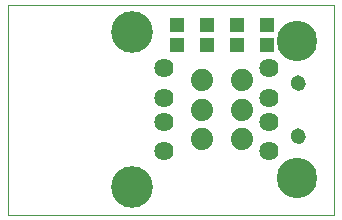
<source format=gbs>
G75*
G70*
%OFA0B0*%
%FSLAX24Y24*%
%IPPOS*%
%LPD*%
%AMOC8*
5,1,8,0,0,1.08239X$1,22.5*
%
%ADD10C,0.0000*%
%ADD11C,0.0640*%
%ADD12C,0.1390*%
%ADD13C,0.1346*%
%ADD14C,0.0513*%
%ADD15C,0.0740*%
%ADD16R,0.0513X0.0474*%
D10*
X001030Y000655D02*
X001030Y007655D01*
X011905Y007655D01*
X011905Y000655D01*
X001030Y000655D01*
X010477Y003269D02*
X010479Y003298D01*
X010485Y003326D01*
X010494Y003354D01*
X010507Y003380D01*
X010524Y003403D01*
X010543Y003425D01*
X010565Y003444D01*
X010590Y003459D01*
X010616Y003472D01*
X010644Y003480D01*
X010672Y003485D01*
X010701Y003486D01*
X010730Y003483D01*
X010758Y003476D01*
X010785Y003466D01*
X010811Y003452D01*
X010834Y003435D01*
X010855Y003415D01*
X010873Y003392D01*
X010888Y003367D01*
X010899Y003340D01*
X010907Y003312D01*
X010911Y003283D01*
X010911Y003255D01*
X010907Y003226D01*
X010899Y003198D01*
X010888Y003171D01*
X010873Y003146D01*
X010855Y003123D01*
X010834Y003103D01*
X010811Y003086D01*
X010785Y003072D01*
X010758Y003062D01*
X010730Y003055D01*
X010701Y003052D01*
X010672Y003053D01*
X010644Y003058D01*
X010616Y003066D01*
X010590Y003079D01*
X010565Y003094D01*
X010543Y003113D01*
X010524Y003135D01*
X010507Y003158D01*
X010494Y003184D01*
X010485Y003212D01*
X010479Y003240D01*
X010477Y003269D01*
X010477Y005041D02*
X010479Y005070D01*
X010485Y005098D01*
X010494Y005126D01*
X010507Y005152D01*
X010524Y005175D01*
X010543Y005197D01*
X010565Y005216D01*
X010590Y005231D01*
X010616Y005244D01*
X010644Y005252D01*
X010672Y005257D01*
X010701Y005258D01*
X010730Y005255D01*
X010758Y005248D01*
X010785Y005238D01*
X010811Y005224D01*
X010834Y005207D01*
X010855Y005187D01*
X010873Y005164D01*
X010888Y005139D01*
X010899Y005112D01*
X010907Y005084D01*
X010911Y005055D01*
X010911Y005027D01*
X010907Y004998D01*
X010899Y004970D01*
X010888Y004943D01*
X010873Y004918D01*
X010855Y004895D01*
X010834Y004875D01*
X010811Y004858D01*
X010785Y004844D01*
X010758Y004834D01*
X010730Y004827D01*
X010701Y004824D01*
X010672Y004825D01*
X010644Y004830D01*
X010616Y004838D01*
X010590Y004851D01*
X010565Y004866D01*
X010543Y004885D01*
X010524Y004907D01*
X010507Y004930D01*
X010494Y004956D01*
X010485Y004984D01*
X010479Y005012D01*
X010477Y005041D01*
D11*
X009710Y005533D03*
X009710Y004549D03*
X009710Y003761D03*
X009710Y002777D03*
X006225Y002780D03*
X006225Y003760D03*
X006225Y004550D03*
X006225Y005530D03*
D12*
X005155Y006740D03*
X005155Y001570D03*
D13*
X010655Y001872D03*
X010655Y006439D03*
D14*
X010694Y005041D03*
X010694Y003269D03*
D15*
X008824Y003171D03*
X007486Y003171D03*
X007486Y004155D03*
X008824Y004155D03*
X008824Y005139D03*
X007486Y005139D03*
D16*
X007655Y006320D03*
X006655Y006320D03*
X006655Y006990D03*
X007655Y006990D03*
X008655Y006990D03*
X009655Y006990D03*
X009655Y006320D03*
X008655Y006320D03*
M02*

</source>
